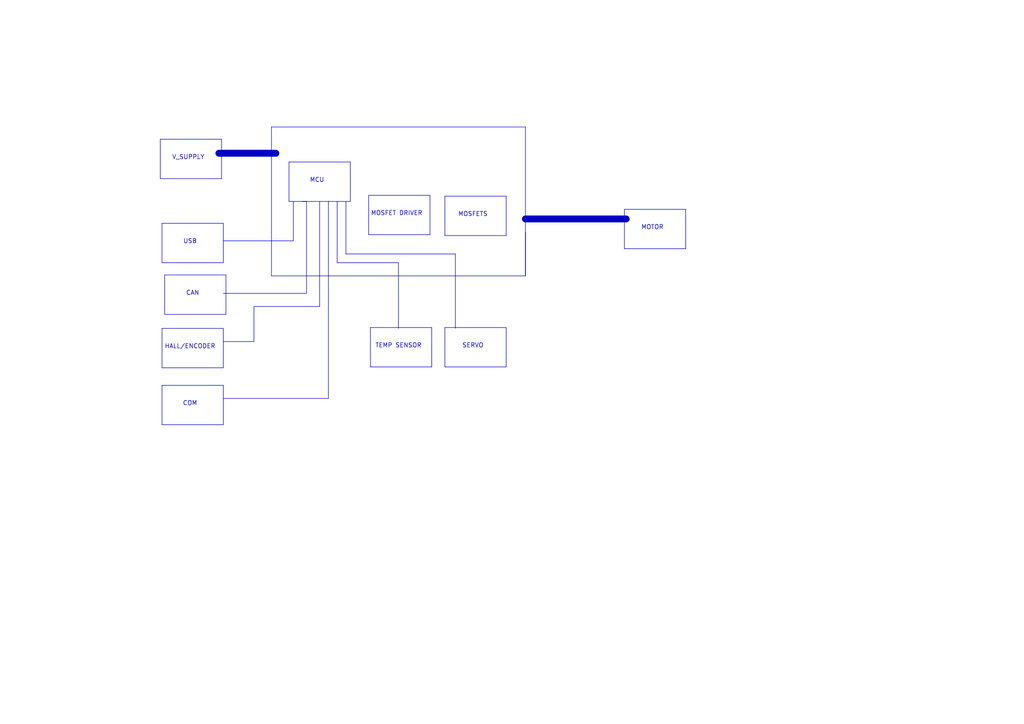
<source format=kicad_sch>
(kicad_sch
	(version 20231120)
	(generator "eeschema")
	(generator_version "8.0")
	(uuid "f55c363c-5ef1-421c-8073-cf3b1afcb057")
	(paper "A4")
	(lib_symbols)
	(polyline
		(pts
			(xy 64.77 95.25) (xy 64.77 106.68)
		)
		(stroke
			(width 0)
			(type default)
		)
		(uuid "0266c176-d652-48e0-b0d3-3c534a9f86f9")
	)
	(polyline
		(pts
			(xy 47.752 79.756) (xy 65.532 79.756)
		)
		(stroke
			(width 0)
			(type default)
		)
		(uuid "06e03823-2fcf-4d18-8985-a3948c199b72")
	)
	(polyline
		(pts
			(xy 68.58 44.45) (xy 69.85 44.45)
		)
		(stroke
			(width 0)
			(type default)
		)
		(uuid "0a0ac554-9b0d-4fc1-b024-540382c2ee84")
	)
	(polyline
		(pts
			(xy 64.77 76.2) (xy 46.99 76.2)
		)
		(stroke
			(width 0)
			(type default)
		)
		(uuid "0e10e96a-303d-442e-b854-1c3617dbe14f")
	)
	(polyline
		(pts
			(xy 146.812 106.426) (xy 129.032 106.426)
		)
		(stroke
			(width 0)
			(type default)
		)
		(uuid "0f1d0f19-fe13-440e-919c-fa1a90aea67c")
	)
	(polyline
		(pts
			(xy 64.77 115.57) (xy 95.25 115.57)
		)
		(stroke
			(width 0)
			(type default)
		)
		(uuid "10b570c6-52f4-4fd9-9271-3a85413f1f48")
	)
	(polyline
		(pts
			(xy 125.222 106.426) (xy 107.442 106.426)
		)
		(stroke
			(width 0)
			(type default)
		)
		(uuid "11acae36-3092-4bb3-ba0d-22478578d535")
	)
	(polyline
		(pts
			(xy 46.482 40.386) (xy 46.482 51.816)
		)
		(stroke
			(width 0)
			(type default)
		)
		(uuid "178d02e0-0d32-41b2-b093-504921a02b32")
	)
	(polyline
		(pts
			(xy 152.4 80.01) (xy 78.74 80.01)
		)
		(stroke
			(width 0)
			(type default)
		)
		(uuid "181f809a-c5bb-487c-9b7c-304eacece14d")
	)
	(polyline
		(pts
			(xy 129.032 94.996) (xy 129.032 106.426)
		)
		(stroke
			(width 0)
			(type default)
		)
		(uuid "1a13fe05-77af-40e2-9f07-75644649b593")
	)
	(polyline
		(pts
			(xy 83.82 46.99) (xy 83.82 58.42)
		)
		(stroke
			(width 0)
			(type default)
		)
		(uuid "1dc1b1a0-03c9-4e6e-9b64-8b31a78fba98")
	)
	(polyline
		(pts
			(xy 46.99 111.76) (xy 46.99 123.19)
		)
		(stroke
			(width 0)
			(type default)
		)
		(uuid "2006d604-942e-4c4b-928d-5fd5150c3eae")
	)
	(polyline
		(pts
			(xy 95.25 58.42) (xy 95.25 58.42)
		)
		(stroke
			(width 0)
			(type default)
		)
		(uuid "2e2eb5ce-5366-41f6-8a2e-9c689b0b71fd")
	)
	(polyline
		(pts
			(xy 88.9 85.09) (xy 88.9 58.42)
		)
		(stroke
			(width 0)
			(type default)
		)
		(uuid "36be8b85-09b6-48a3-a303-ca1f922bf806")
	)
	(polyline
		(pts
			(xy 107.442 94.996) (xy 107.442 106.426)
		)
		(stroke
			(width 0)
			(type default)
		)
		(uuid "3c651b03-7ead-47a5-965f-8177a42366ee")
	)
	(polyline
		(pts
			(xy 65.532 79.756) (xy 65.532 91.186)
		)
		(stroke
			(width 0)
			(type default)
		)
		(uuid "3e22a794-f8a0-4972-b8f0-e17c147a812c")
	)
	(polyline
		(pts
			(xy 101.6 46.99) (xy 101.6 58.42)
		)
		(stroke
			(width 0)
			(type default)
		)
		(uuid "43738c74-67f0-441c-bf05-0852c2c349e9")
	)
	(polyline
		(pts
			(xy 198.882 60.706) (xy 198.882 72.136)
		)
		(stroke
			(width 0)
			(type default)
		)
		(uuid "441546ca-f47a-424b-b6ad-bd2eb3e2e423")
	)
	(polyline
		(pts
			(xy 64.262 51.816) (xy 46.482 51.816)
		)
		(stroke
			(width 0)
			(type default)
		)
		(uuid "459d3cf4-e8b1-4f42-bb38-7d43311ad40c")
	)
	(polyline
		(pts
			(xy 115.57 95.25) (xy 115.57 76.2)
		)
		(stroke
			(width 0)
			(type default)
		)
		(uuid "48e26630-1432-48f6-bc8b-6da77f5e7a56")
	)
	(polyline
		(pts
			(xy 46.99 64.77) (xy 64.77 64.77)
		)
		(stroke
			(width 0)
			(type default)
		)
		(uuid "4a08ccd7-5d6d-4a02-b3c8-c27906d049f2")
	)
	(polyline
		(pts
			(xy 64.77 111.76) (xy 64.77 123.19)
		)
		(stroke
			(width 0)
			(type default)
		)
		(uuid "4f4a75b2-4ba5-4b70-909e-7c70e6cf9b1c")
	)
	(polyline
		(pts
			(xy 65.532 91.186) (xy 47.752 91.186)
		)
		(stroke
			(width 0)
			(type default)
		)
		(uuid "500d0867-40b3-487f-b1b9-fc9c3f5d26b6")
	)
	(polyline
		(pts
			(xy 83.82 46.99) (xy 101.6 46.99)
		)
		(stroke
			(width 0)
			(type default)
		)
		(uuid "5140083b-e02e-4658-8bd5-8fe9a49e592f")
	)
	(polyline
		(pts
			(xy 152.4 67.31) (xy 152.4 80.01)
		)
		(stroke
			(width 0)
			(type default)
		)
		(uuid "51e557dc-0966-4aaa-8c9f-aeef27019255")
	)
	(polyline
		(pts
			(xy 101.6 58.42) (xy 83.82 58.42)
		)
		(stroke
			(width 0)
			(type default)
		)
		(uuid "576c5dcb-7eb8-4640-b773-9041c312bbbc")
	)
	(polyline
		(pts
			(xy 64.77 123.19) (xy 46.99 123.19)
		)
		(stroke
			(width 0)
			(type default)
		)
		(uuid "5bb89974-a551-4c84-9516-58a12ec803a3")
	)
	(polyline
		(pts
			(xy 88.9 58.42) (xy 87.63 58.42)
		)
		(stroke
			(width 0)
			(type default)
		)
		(uuid "62695760-8e8e-4b2b-bd75-a2ef8829a2c1")
	)
	(polyline
		(pts
			(xy 78.74 36.83) (xy 152.4 36.83)
		)
		(stroke
			(width 0)
			(type default)
		)
		(uuid "65dc2877-06db-453c-9c49-8447e9053326")
	)
	(polyline
		(pts
			(xy 146.812 68.326) (xy 129.032 68.326)
		)
		(stroke
			(width 0)
			(type default)
		)
		(uuid "675e9ce4-1487-4903-968f-1e3f030e6ad3")
	)
	(polyline
		(pts
			(xy 107.442 94.996) (xy 125.222 94.996)
		)
		(stroke
			(width 0)
			(type default)
		)
		(uuid "6e1f27e4-50bb-4d20-bc23-39a042293920")
	)
	(polyline
		(pts
			(xy 115.57 76.2) (xy 97.79 76.2)
		)
		(stroke
			(width 0)
			(type default)
		)
		(uuid "737b52a5-1532-4bd6-bd6d-4ec323070471")
	)
	(polyline
		(pts
			(xy 146.812 94.996) (xy 146.812 106.426)
		)
		(stroke
			(width 0)
			(type default)
		)
		(uuid "758fb8d4-e81c-425f-ac3a-40bca4974d02")
	)
	(polyline
		(pts
			(xy 73.66 99.06) (xy 73.66 88.9)
		)
		(stroke
			(width 0)
			(type default)
		)
		(uuid "766a9927-ab6e-47fc-8832-d604632cf7dd")
	)
	(polyline
		(pts
			(xy 129.032 56.896) (xy 129.032 68.326)
		)
		(stroke
			(width 0)
			(type default)
		)
		(uuid "8247dd56-77c2-434f-b902-a8befc0b352e")
	)
	(polyline
		(pts
			(xy 198.882 72.136) (xy 181.102 72.136)
		)
		(stroke
			(width 0)
			(type default)
		)
		(uuid "967d88a1-4724-404b-8b73-d4e86aeedb9a")
	)
	(polyline
		(pts
			(xy 95.25 115.57) (xy 95.25 58.42)
		)
		(stroke
			(width 0)
			(type default)
		)
		(uuid "96e1ec88-13b3-4967-8bdc-350970a22c81")
	)
	(polyline
		(pts
			(xy 63.5 44.45) (xy 80.01 44.45)
		)
		(stroke
			(width 2)
			(type default)
		)
		(uuid "9b76dc96-63c9-4f77-b1ce-77eed5a4b0c0")
	)
	(polyline
		(pts
			(xy 64.77 69.85) (xy 85.09 69.85)
		)
		(stroke
			(width 0)
			(type default)
		)
		(uuid "9bc7f95f-5e5c-438e-948b-c3cc813b1c96")
	)
	(polyline
		(pts
			(xy 132.08 95.25) (xy 132.08 73.66)
		)
		(stroke
			(width 0)
			(type default)
		)
		(uuid "9c8bd6a4-0e7c-4c4f-baa0-cf8421026607")
	)
	(polyline
		(pts
			(xy 46.99 95.25) (xy 46.99 106.68)
		)
		(stroke
			(width 0)
			(type default)
		)
		(uuid "9e58ef7e-7141-43c5-9998-de9d300f5acc")
	)
	(polyline
		(pts
			(xy 106.934 56.642) (xy 106.934 68.072)
		)
		(stroke
			(width 0)
			(type default)
		)
		(uuid "9f4fd5a3-21df-4c8a-99ad-74022ae29271")
	)
	(polyline
		(pts
			(xy 64.77 64.77) (xy 64.77 76.2)
		)
		(stroke
			(width 0)
			(type default)
		)
		(uuid "a7c3288b-5c40-40e9-8486-9615934f8c10")
	)
	(polyline
		(pts
			(xy 129.032 56.896) (xy 146.812 56.896)
		)
		(stroke
			(width 0)
			(type default)
		)
		(uuid "aac034a5-64b8-4807-b23f-5dbb930b71ba")
	)
	(polyline
		(pts
			(xy 85.09 58.42) (xy 85.09 69.85)
		)
		(stroke
			(width 0)
			(type default)
		)
		(uuid "ac02ebd5-95d7-4c73-a31f-a0d260cadd52")
	)
	(polyline
		(pts
			(xy 146.812 56.896) (xy 146.812 68.326)
		)
		(stroke
			(width 0)
			(type default)
		)
		(uuid "afcb04c8-8bfb-4a3d-aaa5-2de48ad748df")
	)
	(polyline
		(pts
			(xy 78.74 36.83) (xy 78.74 80.01)
		)
		(stroke
			(width 0)
			(type default)
		)
		(uuid "b1fa5967-7ac6-49b5-81dc-2850c51a1c58")
	)
	(polyline
		(pts
			(xy 124.714 68.072) (xy 106.934 68.072)
		)
		(stroke
			(width 0)
			(type default)
		)
		(uuid "b7e15e16-2779-407c-bc6e-d212b9b8554c")
	)
	(polyline
		(pts
			(xy 46.482 40.386) (xy 64.262 40.386)
		)
		(stroke
			(width 0)
			(type default)
		)
		(uuid "beb5931a-70cc-4642-b080-588509880326")
	)
	(polyline
		(pts
			(xy 132.08 73.66) (xy 100.33 73.66)
		)
		(stroke
			(width 0)
			(type default)
		)
		(uuid "c1e07359-a0cb-4e02-97b4-ecc76fcdf84a")
	)
	(polyline
		(pts
			(xy 100.33 73.66) (xy 100.33 58.42)
		)
		(stroke
			(width 0)
			(type default)
		)
		(uuid "c7e11a69-6904-4d46-a1ac-fcb2ef1f5bf9")
	)
	(polyline
		(pts
			(xy 47.752 79.756) (xy 47.752 91.186)
		)
		(stroke
			(width 0)
			(type default)
		)
		(uuid "caa9f6de-fbcb-4ed4-9e61-96dd9b3e2e15")
	)
	(polyline
		(pts
			(xy 124.714 56.642) (xy 124.714 68.072)
		)
		(stroke
			(width 0)
			(type default)
		)
		(uuid "cbdbfba4-37cd-43c9-8cfb-3a2ae68a8695")
	)
	(polyline
		(pts
			(xy 64.77 85.09) (xy 88.9 85.09)
		)
		(stroke
			(width 0)
			(type default)
		)
		(uuid "ce31bf5d-cdb5-4a0c-b48a-85b30cde46cd")
	)
	(polyline
		(pts
			(xy 73.66 88.9) (xy 92.71 88.9)
		)
		(stroke
			(width 0)
			(type default)
		)
		(uuid "d6f0f89c-4798-4ef9-991c-669fb389a2da")
	)
	(polyline
		(pts
			(xy 92.71 88.9) (xy 92.71 58.42)
		)
		(stroke
			(width 0)
			(type default)
		)
		(uuid "d8d5e11c-65dd-4779-ab94-717367b63394")
	)
	(polyline
		(pts
			(xy 152.4 63.5) (xy 181.61 63.5)
		)
		(stroke
			(width 2)
			(type default)
		)
		(uuid "da14c302-f436-4bd5-a431-38d4b0f13ab8")
	)
	(polyline
		(pts
			(xy 64.262 40.386) (xy 64.262 51.816)
		)
		(stroke
			(width 0)
			(type default)
		)
		(uuid "dfddff45-6a22-47e5-9b34-bd0e81a89ba7")
	)
	(polyline
		(pts
			(xy 106.934 56.642) (xy 124.714 56.642)
		)
		(stroke
			(width 0)
			(type default)
		)
		(uuid "e4ecd3c4-ab66-481c-bfd2-5225e7548498")
	)
	(polyline
		(pts
			(xy 181.102 60.706) (xy 198.882 60.706)
		)
		(stroke
			(width 0)
			(type default)
		)
		(uuid "e55c8e89-0520-4c2c-b911-ed3efb4c8c70")
	)
	(polyline
		(pts
			(xy 181.102 60.706) (xy 181.102 72.136)
		)
		(stroke
			(width 0)
			(type default)
		)
		(uuid "e8ade74e-7287-4bf0-b270-675f769b7005")
	)
	(polyline
		(pts
			(xy 64.77 106.68) (xy 46.99 106.68)
		)
		(stroke
			(width 0)
			(type default)
		)
		(uuid "ee093c01-df95-4091-8655-3380d1b2104e")
	)
	(polyline
		(pts
			(xy 46.99 111.76) (xy 64.77 111.76)
		)
		(stroke
			(width 0)
			(type default)
		)
		(uuid "f1ab7326-f3f7-49ba-8ae6-2bb6d9c1f48b")
	)
	(polyline
		(pts
			(xy 46.99 95.25) (xy 64.77 95.25)
		)
		(stroke
			(width 0)
			(type default)
		)
		(uuid "f28bd460-73fb-465b-a6bd-d691390e8a65")
	)
	(polyline
		(pts
			(xy 129.032 94.996) (xy 146.812 94.996)
		)
		(stroke
			(width 0)
			(type default)
		)
		(uuid "f7a62f78-b5c7-4fbe-a964-959c392ae133")
	)
	(polyline
		(pts
			(xy 152.4 36.83) (xy 152.4 80.01)
		)
		(stroke
			(width 0)
			(type default)
		)
		(uuid "f8acfefa-cb17-4eea-8b79-9f188ba2ee35")
	)
	(polyline
		(pts
			(xy 64.77 99.06) (xy 73.66 99.06)
		)
		(stroke
			(width 0)
			(type default)
		)
		(uuid "fd432933-d9d7-4679-9dd0-07aa46da3214")
	)
	(polyline
		(pts
			(xy 46.99 64.77) (xy 46.99 76.2)
		)
		(stroke
			(width 0)
			(type default)
		)
		(uuid "fddd4866-0863-4ea2-9d65-19fd640470a5")
	)
	(polyline
		(pts
			(xy 125.222 94.996) (xy 125.222 106.426)
		)
		(stroke
			(width 0)
			(type default)
		)
		(uuid "ff636e39-c0ba-4a3a-8614-6842297307b9")
	)
	(polyline
		(pts
			(xy 97.79 76.2) (xy 97.79 58.42)
		)
		(stroke
			(width 0)
			(type default)
		)
		(uuid "ffe3ce6c-703c-4bb8-a2e5-61e6005ec470")
	)
	(text "V_SUPPLY"
		(exclude_from_sim no)
		(at 54.61 45.72 0)
		(effects
			(font
				(size 1.27 1.27)
			)
		)
		(uuid "03e10022-c11e-4d08-b625-27782afdc39d")
	)
	(text "MCU"
		(exclude_from_sim no)
		(at 91.948 52.324 0)
		(effects
			(font
				(size 1.27 1.27)
			)
		)
		(uuid "2d27560b-dd86-4ba2-864f-3b464b85a74b")
	)
	(text "USB"
		(exclude_from_sim no)
		(at 55.118 70.104 0)
		(effects
			(font
				(size 1.27 1.27)
			)
		)
		(uuid "2ef7b286-fa52-4022-a9f7-b925fb722542")
	)
	(text "HALL/ENCODER"
		(exclude_from_sim no)
		(at 55.118 100.584 0)
		(effects
			(font
				(size 1.27 1.27)
			)
		)
		(uuid "3a966667-1493-41f7-9f08-a74206a1d324")
	)
	(text "COM"
		(exclude_from_sim no)
		(at 55.118 117.094 0)
		(effects
			(font
				(size 1.27 1.27)
			)
		)
		(uuid "6a51fa16-6b43-47ed-b5ae-53c026025dec")
	)
	(text "TEMP SENSOR"
		(exclude_from_sim no)
		(at 115.57 100.33 0)
		(effects
			(font
				(size 1.27 1.27)
			)
		)
		(uuid "6da6264a-6301-403e-892b-18aac7f7b605")
	)
	(text "MOSFETS"
		(exclude_from_sim no)
		(at 137.16 62.23 0)
		(effects
			(font
				(size 1.27 1.27)
			)
		)
		(uuid "958950c0-5f97-496c-b98b-47fdadc54953")
	)
	(text "SERVO"
		(exclude_from_sim no)
		(at 137.16 100.33 0)
		(effects
			(font
				(size 1.27 1.27)
			)
		)
		(uuid "a4ec3885-eafd-490b-a512-e38f719fa783")
	)
	(text "CAN"
		(exclude_from_sim no)
		(at 55.88 85.09 0)
		(effects
			(font
				(size 1.27 1.27)
			)
		)
		(uuid "be7a0819-cb8d-4019-abae-f515bb676eae")
	)
	(text "MOSFET DRIVER"
		(exclude_from_sim no)
		(at 115.062 61.976 0)
		(effects
			(font
				(size 1.27 1.27)
			)
		)
		(uuid "e088e0ff-b2a9-4d3d-9a83-85fd8f3957f2")
	)
	(text "MOTOR"
		(exclude_from_sim no)
		(at 189.23 66.04 0)
		(effects
			(font
				(size 1.27 1.27)
			)
		)
		(uuid "e333693c-bc67-4852-ad2e-2949ab80943b")
	)
)
</source>
